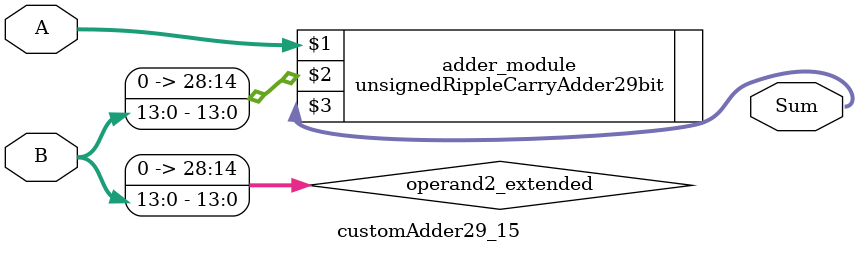
<source format=v>

module customAdder29_15(
                    input [28 : 0] A,
                    input [13 : 0] B,
                    
                    output [29 : 0] Sum
            );

    wire [28 : 0] operand2_extended;
    
    assign operand2_extended =  {15'b0, B};
    
    unsignedRippleCarryAdder29bit adder_module(
        A,
        operand2_extended,
        Sum
    );
    
endmodule
        
</source>
